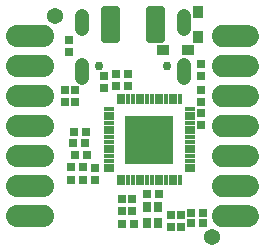
<source format=gbr>
G04 EAGLE Gerber RS-274X export*
G75*
%MOMM*%
%FSLAX34Y34*%
%LPD*%
%INSoldermask Bottom*%
%IPPOS*%
%AMOC8*
5,1,8,0,0,1.08239X$1,22.5*%
G01*
%ADD10R,0.701600X0.701600*%
%ADD11C,1.209600*%
%ADD12C,0.751600*%
%ADD13C,1.879600*%
%ADD14C,1.879600*%
%ADD15R,1.001600X0.901600*%
%ADD16C,1.371600*%
%ADD17R,0.911400X0.321600*%
%ADD18R,0.321600X0.911400*%
%ADD19R,4.101600X4.101600*%
%ADD20R,0.801600X0.851600*%
%ADD21C,0.480478*%
%ADD22R,0.901600X1.001600*%


D10*
X48895Y98552D03*
X38735Y98552D03*
D11*
X132100Y185630D02*
X132100Y196710D01*
X45700Y196710D02*
X45700Y185630D01*
X45700Y154910D02*
X45700Y143830D01*
X132100Y143830D02*
X132100Y154910D01*
D12*
X60000Y154370D03*
X117800Y154370D03*
D13*
X12700Y179705D03*
X12700Y154305D03*
X12700Y128905D03*
X12700Y103505D03*
X12700Y78105D03*
X12700Y52705D03*
X12700Y27305D03*
D14*
X8890Y179705D02*
X-8890Y179705D01*
X-8890Y154305D02*
X8890Y154305D01*
X8890Y128905D02*
X-8890Y128905D01*
X-8890Y103505D02*
X8890Y103505D01*
X8890Y78105D02*
X-8890Y78105D01*
X-8890Y52705D02*
X8890Y52705D01*
X8890Y27305D02*
X-8890Y27305D01*
D13*
X165100Y27305D03*
X165100Y52705D03*
X165100Y78105D03*
X165100Y103505D03*
X165100Y128905D03*
X165100Y154305D03*
X165100Y179705D03*
D14*
X168910Y27305D02*
X186690Y27305D01*
X186690Y52705D02*
X168910Y52705D01*
X168910Y78105D02*
X186690Y78105D01*
X186690Y103505D02*
X168910Y103505D01*
X168910Y128905D02*
X186690Y128905D01*
X186690Y154305D02*
X168910Y154305D01*
X168910Y179705D02*
X186690Y179705D01*
D15*
X135668Y167767D03*
X114268Y167767D03*
D16*
X155575Y9525D03*
D17*
X68419Y65948D03*
X68419Y69948D03*
X68419Y73948D03*
X68419Y77948D03*
X68419Y81948D03*
X68419Y85948D03*
X68419Y89948D03*
X68419Y93948D03*
X68419Y97948D03*
X68419Y101948D03*
X68419Y105948D03*
X68419Y109948D03*
X68419Y113948D03*
X68419Y117948D03*
D18*
X76870Y126399D03*
X80870Y126399D03*
X84870Y126399D03*
X88870Y126399D03*
X92870Y126399D03*
X96870Y126399D03*
X100870Y126399D03*
X104870Y126399D03*
X108870Y126399D03*
X112870Y126399D03*
X116870Y126399D03*
X120870Y126399D03*
X124870Y126399D03*
X128870Y126399D03*
D17*
X137321Y117948D03*
X137321Y113948D03*
X137321Y109948D03*
X137321Y105948D03*
X137321Y101948D03*
X137321Y97948D03*
X137321Y93948D03*
X137321Y89948D03*
X137321Y85948D03*
X137321Y81948D03*
X137321Y77948D03*
X137321Y73948D03*
X137321Y69948D03*
X137321Y65948D03*
D18*
X128870Y57497D03*
X124870Y57497D03*
X120870Y57497D03*
X116870Y57497D03*
X112870Y57497D03*
X108870Y57497D03*
X104870Y57497D03*
X100870Y57497D03*
X96870Y57497D03*
X92870Y57497D03*
X88870Y57497D03*
X84870Y57497D03*
X80870Y57497D03*
X76870Y57497D03*
D19*
X102870Y91948D03*
D10*
X39878Y79248D03*
X50038Y79248D03*
X48641Y89154D03*
X38481Y89154D03*
X74549Y137414D03*
X74549Y147574D03*
X46736Y69088D03*
X36576Y69088D03*
X46863Y57785D03*
X36703Y57785D03*
X56896Y57531D03*
X56896Y67691D03*
X84328Y137160D03*
X84328Y147320D03*
X146558Y146050D03*
X146558Y156210D03*
X35052Y176530D03*
X35052Y166370D03*
X146812Y114300D03*
X146812Y104140D03*
X146558Y123825D03*
X146558Y133985D03*
X129667Y27940D03*
X129667Y17780D03*
X88392Y41275D03*
X88392Y31115D03*
X79502Y41275D03*
X79502Y31115D03*
D20*
X110410Y34436D03*
X110410Y20936D03*
X100410Y20936D03*
X100410Y34436D03*
D10*
X89916Y20828D03*
X79756Y20828D03*
X120777Y27686D03*
X120777Y17526D03*
X110744Y45847D03*
X100584Y45847D03*
X147955Y20955D03*
X137795Y20955D03*
X40005Y133985D03*
X40005Y123825D03*
X31115Y123825D03*
X31115Y133985D03*
X137795Y29845D03*
X147955Y29845D03*
D16*
X22606Y196977D03*
D10*
X64770Y135255D03*
X64770Y145415D03*
D21*
X102344Y176124D02*
X102344Y202336D01*
X113556Y202336D01*
X113556Y176124D01*
X102344Y176124D01*
X102344Y180689D02*
X113556Y180689D01*
X113556Y185254D02*
X102344Y185254D01*
X102344Y189819D02*
X113556Y189819D01*
X113556Y194384D02*
X102344Y194384D01*
X102344Y198949D02*
X113556Y198949D01*
X64244Y202336D02*
X64244Y176124D01*
X64244Y202336D02*
X75456Y202336D01*
X75456Y176124D01*
X64244Y176124D01*
X64244Y180689D02*
X75456Y180689D01*
X75456Y185254D02*
X64244Y185254D01*
X64244Y189819D02*
X75456Y189819D01*
X75456Y194384D02*
X64244Y194384D01*
X64244Y198949D02*
X75456Y198949D01*
D22*
X144145Y199930D03*
X144145Y178530D03*
M02*

</source>
